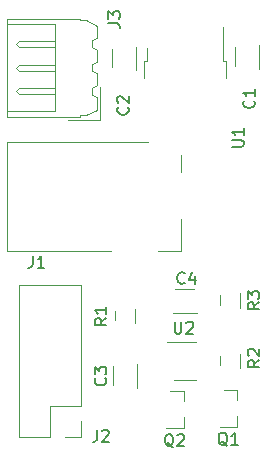
<source format=gto>
G04 #@! TF.FileFunction,Legend,Top*
%FSLAX46Y46*%
G04 Gerber Fmt 4.6, Leading zero omitted, Abs format (unit mm)*
G04 Created by KiCad (PCBNEW 4.0.7-e1-6374~58~ubuntu16.04.1) date Sun Aug 13 09:38:41 2017*
%MOMM*%
%LPD*%
G01*
G04 APERTURE LIST*
%ADD10C,0.100000*%
%ADD11C,0.120000*%
%ADD12C,0.150000*%
%ADD13R,3.900000X3.900000*%
%ADD14R,1.900000X1.900000*%
%ADD15C,1.900000*%
%ADD16R,2.000000X1.400000*%
%ADD17R,1.400000X2.000000*%
%ADD18R,2.100000X2.100000*%
%ADD19O,2.100000X2.100000*%
%ADD20R,1.300000X1.200000*%
%ADD21R,1.700000X1.100000*%
%ADD22R,1.460000X1.050000*%
%ADD23R,1.600000X2.600000*%
%ADD24R,6.200000X6.800000*%
G04 APERTURE END LIST*
D10*
D11*
X161370000Y-84610000D02*
X152570000Y-84610000D01*
X152570000Y-84610000D02*
X152570000Y-75410000D01*
X167270000Y-81910000D02*
X167270000Y-84610000D01*
X167270000Y-84610000D02*
X165370000Y-84610000D01*
X152570000Y-75410000D02*
X167270000Y-75410000D01*
X167270000Y-75410000D02*
X167270000Y-78010000D01*
X159750000Y-71420000D02*
X160200000Y-71620000D01*
X160200000Y-71620000D02*
X160200000Y-72670000D01*
X160200000Y-72670000D02*
X159250000Y-73170000D01*
X159250000Y-73170000D02*
X158750000Y-73170000D01*
X158750000Y-73170000D02*
X158750000Y-73270000D01*
X158750000Y-73270000D02*
X152600000Y-73270000D01*
X152600000Y-73270000D02*
X152600000Y-69120000D01*
X159750000Y-66820000D02*
X160200000Y-66620000D01*
X160200000Y-66620000D02*
X160200000Y-65570000D01*
X160200000Y-65570000D02*
X159250000Y-65070000D01*
X159250000Y-65070000D02*
X158750000Y-65070000D01*
X158750000Y-65070000D02*
X158750000Y-64970000D01*
X158750000Y-64970000D02*
X152600000Y-64970000D01*
X152600000Y-64970000D02*
X152600000Y-69120000D01*
X159750000Y-71420000D02*
X159750000Y-70820000D01*
X159750000Y-70820000D02*
X160200000Y-70620000D01*
X160200000Y-70620000D02*
X160200000Y-69620000D01*
X160200000Y-69620000D02*
X159750000Y-69420000D01*
X159750000Y-69420000D02*
X159750000Y-68820000D01*
X159750000Y-68820000D02*
X160200000Y-68620000D01*
X160200000Y-68620000D02*
X160200000Y-67620000D01*
X160200000Y-67620000D02*
X159750000Y-67420000D01*
X159750000Y-67420000D02*
X159750000Y-66820000D01*
X160450000Y-70770000D02*
X160450000Y-73520000D01*
X160450000Y-73520000D02*
X157700000Y-73520000D01*
X152600000Y-72820000D02*
X156650000Y-72820000D01*
X156650000Y-72820000D02*
X156650000Y-65420000D01*
X156650000Y-65420000D02*
X152600000Y-65420000D01*
X156650000Y-71370000D02*
X153600000Y-71370000D01*
X153600000Y-71370000D02*
X153350000Y-71120000D01*
X153350000Y-71120000D02*
X153600000Y-70870000D01*
X153600000Y-70870000D02*
X156650000Y-70870000D01*
X156650000Y-69370000D02*
X153600000Y-69370000D01*
X153600000Y-69370000D02*
X153350000Y-69120000D01*
X153350000Y-69120000D02*
X153600000Y-68870000D01*
X153600000Y-68870000D02*
X156650000Y-68870000D01*
X156650000Y-67370000D02*
X153600000Y-67370000D01*
X153600000Y-67370000D02*
X153350000Y-67120000D01*
X153350000Y-67120000D02*
X153600000Y-66870000D01*
X153600000Y-66870000D02*
X156650000Y-66870000D01*
X173867000Y-69223000D02*
X173867000Y-67223000D01*
X171827000Y-67223000D02*
X171827000Y-69223000D01*
X163453000Y-69350000D02*
X163453000Y-67350000D01*
X161413000Y-67350000D02*
X161413000Y-69350000D01*
X163580000Y-96250000D02*
X163580000Y-94250000D01*
X161540000Y-94250000D02*
X161540000Y-96250000D01*
X166640000Y-89920000D02*
X168640000Y-89920000D01*
X168640000Y-87880000D02*
X166640000Y-87880000D01*
X158810000Y-87570000D02*
X153610000Y-87570000D01*
X158810000Y-97790000D02*
X158810000Y-87570000D01*
X153610000Y-100390000D02*
X153610000Y-87570000D01*
X158810000Y-97790000D02*
X156210000Y-97790000D01*
X156210000Y-97790000D02*
X156210000Y-100390000D01*
X156210000Y-100390000D02*
X153610000Y-100390000D01*
X158810000Y-99060000D02*
X158810000Y-100390000D01*
X158810000Y-100390000D02*
X157480000Y-100390000D01*
X172067000Y-99563000D02*
X172067000Y-98633000D01*
X172067000Y-96403000D02*
X172067000Y-97333000D01*
X172067000Y-96403000D02*
X169907000Y-96403000D01*
X172067000Y-99563000D02*
X170607000Y-99563000D01*
X167527000Y-99624000D02*
X167527000Y-98694000D01*
X167527000Y-96464000D02*
X167527000Y-97394000D01*
X167527000Y-96464000D02*
X165367000Y-96464000D01*
X167527000Y-99624000D02*
X166067000Y-99624000D01*
X163440000Y-89570000D02*
X163440000Y-90770000D01*
X161680000Y-90770000D02*
X161680000Y-89570000D01*
X170570000Y-94580000D02*
X170570000Y-93380000D01*
X172330000Y-93380000D02*
X172330000Y-94580000D01*
X170570000Y-89439000D02*
X170570000Y-88239000D01*
X172330000Y-88239000D02*
X172330000Y-89439000D01*
X166740000Y-95590000D02*
X168540000Y-95590000D01*
X168540000Y-92370000D02*
X166090000Y-92370000D01*
X171090000Y-70023000D02*
X171090000Y-68523000D01*
X171090000Y-68523000D02*
X170820000Y-68523000D01*
X170820000Y-68523000D02*
X170820000Y-65693000D01*
X164190000Y-70023000D02*
X164190000Y-68523000D01*
X164190000Y-68523000D02*
X164460000Y-68523000D01*
X164460000Y-68523000D02*
X164460000Y-67423000D01*
D12*
X154733667Y-85050381D02*
X154733667Y-85764667D01*
X154686047Y-85907524D01*
X154590809Y-86002762D01*
X154447952Y-86050381D01*
X154352714Y-86050381D01*
X155733667Y-86050381D02*
X155162238Y-86050381D01*
X155447952Y-86050381D02*
X155447952Y-85050381D01*
X155352714Y-85193238D01*
X155257476Y-85288476D01*
X155162238Y-85336095D01*
X161123381Y-65357333D02*
X161837667Y-65357333D01*
X161980524Y-65404953D01*
X162075762Y-65500191D01*
X162123381Y-65643048D01*
X162123381Y-65738286D01*
X161123381Y-64976381D02*
X161123381Y-64357333D01*
X161504333Y-64690667D01*
X161504333Y-64547809D01*
X161551952Y-64452571D01*
X161599571Y-64404952D01*
X161694810Y-64357333D01*
X161932905Y-64357333D01*
X162028143Y-64404952D01*
X162075762Y-64452571D01*
X162123381Y-64547809D01*
X162123381Y-64833524D01*
X162075762Y-64928762D01*
X162028143Y-64976381D01*
X173458143Y-71921666D02*
X173505762Y-71969285D01*
X173553381Y-72112142D01*
X173553381Y-72207380D01*
X173505762Y-72350238D01*
X173410524Y-72445476D01*
X173315286Y-72493095D01*
X173124810Y-72540714D01*
X172981952Y-72540714D01*
X172791476Y-72493095D01*
X172696238Y-72445476D01*
X172601000Y-72350238D01*
X172553381Y-72207380D01*
X172553381Y-72112142D01*
X172601000Y-71969285D01*
X172648619Y-71921666D01*
X173553381Y-70969285D02*
X173553381Y-71540714D01*
X173553381Y-71255000D02*
X172553381Y-71255000D01*
X172696238Y-71350238D01*
X172791476Y-71445476D01*
X172839095Y-71540714D01*
X162790143Y-72477666D02*
X162837762Y-72525285D01*
X162885381Y-72668142D01*
X162885381Y-72763380D01*
X162837762Y-72906238D01*
X162742524Y-73001476D01*
X162647286Y-73049095D01*
X162456810Y-73096714D01*
X162313952Y-73096714D01*
X162123476Y-73049095D01*
X162028238Y-73001476D01*
X161933000Y-72906238D01*
X161885381Y-72763380D01*
X161885381Y-72668142D01*
X161933000Y-72525285D01*
X161980619Y-72477666D01*
X161980619Y-72096714D02*
X161933000Y-72049095D01*
X161885381Y-71953857D01*
X161885381Y-71715761D01*
X161933000Y-71620523D01*
X161980619Y-71572904D01*
X162075857Y-71525285D01*
X162171095Y-71525285D01*
X162313952Y-71572904D01*
X162885381Y-72144333D01*
X162885381Y-71525285D01*
X160885143Y-95416666D02*
X160932762Y-95464285D01*
X160980381Y-95607142D01*
X160980381Y-95702380D01*
X160932762Y-95845238D01*
X160837524Y-95940476D01*
X160742286Y-95988095D01*
X160551810Y-96035714D01*
X160408952Y-96035714D01*
X160218476Y-95988095D01*
X160123238Y-95940476D01*
X160028000Y-95845238D01*
X159980381Y-95702380D01*
X159980381Y-95607142D01*
X160028000Y-95464285D01*
X160075619Y-95416666D01*
X159980381Y-95083333D02*
X159980381Y-94464285D01*
X160361333Y-94797619D01*
X160361333Y-94654761D01*
X160408952Y-94559523D01*
X160456571Y-94511904D01*
X160551810Y-94464285D01*
X160789905Y-94464285D01*
X160885143Y-94511904D01*
X160932762Y-94559523D01*
X160980381Y-94654761D01*
X160980381Y-94940476D01*
X160932762Y-95035714D01*
X160885143Y-95083333D01*
X167600334Y-87352143D02*
X167552715Y-87399762D01*
X167409858Y-87447381D01*
X167314620Y-87447381D01*
X167171762Y-87399762D01*
X167076524Y-87304524D01*
X167028905Y-87209286D01*
X166981286Y-87018810D01*
X166981286Y-86875952D01*
X167028905Y-86685476D01*
X167076524Y-86590238D01*
X167171762Y-86495000D01*
X167314620Y-86447381D01*
X167409858Y-86447381D01*
X167552715Y-86495000D01*
X167600334Y-86542619D01*
X168457477Y-86780714D02*
X168457477Y-87447381D01*
X168219381Y-86399762D02*
X167981286Y-87114048D01*
X168600334Y-87114048D01*
X160194667Y-99782381D02*
X160194667Y-100496667D01*
X160147047Y-100639524D01*
X160051809Y-100734762D01*
X159908952Y-100782381D01*
X159813714Y-100782381D01*
X160623238Y-99877619D02*
X160670857Y-99830000D01*
X160766095Y-99782381D01*
X161004191Y-99782381D01*
X161099429Y-99830000D01*
X161147048Y-99877619D01*
X161194667Y-99972857D01*
X161194667Y-100068095D01*
X161147048Y-100210952D01*
X160575619Y-100782381D01*
X161194667Y-100782381D01*
X171211762Y-101131619D02*
X171116524Y-101084000D01*
X171021286Y-100988762D01*
X170878429Y-100845905D01*
X170783190Y-100798286D01*
X170687952Y-100798286D01*
X170735571Y-101036381D02*
X170640333Y-100988762D01*
X170545095Y-100893524D01*
X170497476Y-100703048D01*
X170497476Y-100369714D01*
X170545095Y-100179238D01*
X170640333Y-100084000D01*
X170735571Y-100036381D01*
X170926048Y-100036381D01*
X171021286Y-100084000D01*
X171116524Y-100179238D01*
X171164143Y-100369714D01*
X171164143Y-100703048D01*
X171116524Y-100893524D01*
X171021286Y-100988762D01*
X170926048Y-101036381D01*
X170735571Y-101036381D01*
X172116524Y-101036381D02*
X171545095Y-101036381D01*
X171830809Y-101036381D02*
X171830809Y-100036381D01*
X171735571Y-100179238D01*
X171640333Y-100274476D01*
X171545095Y-100322095D01*
X166655762Y-101258619D02*
X166560524Y-101211000D01*
X166465286Y-101115762D01*
X166322429Y-100972905D01*
X166227190Y-100925286D01*
X166131952Y-100925286D01*
X166179571Y-101163381D02*
X166084333Y-101115762D01*
X165989095Y-101020524D01*
X165941476Y-100830048D01*
X165941476Y-100496714D01*
X165989095Y-100306238D01*
X166084333Y-100211000D01*
X166179571Y-100163381D01*
X166370048Y-100163381D01*
X166465286Y-100211000D01*
X166560524Y-100306238D01*
X166608143Y-100496714D01*
X166608143Y-100830048D01*
X166560524Y-101020524D01*
X166465286Y-101115762D01*
X166370048Y-101163381D01*
X166179571Y-101163381D01*
X166989095Y-100258619D02*
X167036714Y-100211000D01*
X167131952Y-100163381D01*
X167370048Y-100163381D01*
X167465286Y-100211000D01*
X167512905Y-100258619D01*
X167560524Y-100353857D01*
X167560524Y-100449095D01*
X167512905Y-100591952D01*
X166941476Y-101163381D01*
X167560524Y-101163381D01*
X160980381Y-90336666D02*
X160504190Y-90670000D01*
X160980381Y-90908095D02*
X159980381Y-90908095D01*
X159980381Y-90527142D01*
X160028000Y-90431904D01*
X160075619Y-90384285D01*
X160170857Y-90336666D01*
X160313714Y-90336666D01*
X160408952Y-90384285D01*
X160456571Y-90431904D01*
X160504190Y-90527142D01*
X160504190Y-90908095D01*
X160980381Y-89384285D02*
X160980381Y-89955714D01*
X160980381Y-89670000D02*
X159980381Y-89670000D01*
X160123238Y-89765238D01*
X160218476Y-89860476D01*
X160266095Y-89955714D01*
X173934381Y-93892666D02*
X173458190Y-94226000D01*
X173934381Y-94464095D02*
X172934381Y-94464095D01*
X172934381Y-94083142D01*
X172982000Y-93987904D01*
X173029619Y-93940285D01*
X173124857Y-93892666D01*
X173267714Y-93892666D01*
X173362952Y-93940285D01*
X173410571Y-93987904D01*
X173458190Y-94083142D01*
X173458190Y-94464095D01*
X173029619Y-93511714D02*
X172982000Y-93464095D01*
X172934381Y-93368857D01*
X172934381Y-93130761D01*
X172982000Y-93035523D01*
X173029619Y-92987904D01*
X173124857Y-92940285D01*
X173220095Y-92940285D01*
X173362952Y-92987904D01*
X173934381Y-93559333D01*
X173934381Y-92940285D01*
X173934381Y-89005666D02*
X173458190Y-89339000D01*
X173934381Y-89577095D02*
X172934381Y-89577095D01*
X172934381Y-89196142D01*
X172982000Y-89100904D01*
X173029619Y-89053285D01*
X173124857Y-89005666D01*
X173267714Y-89005666D01*
X173362952Y-89053285D01*
X173410571Y-89100904D01*
X173458190Y-89196142D01*
X173458190Y-89577095D01*
X172934381Y-88672333D02*
X172934381Y-88053285D01*
X173315333Y-88386619D01*
X173315333Y-88243761D01*
X173362952Y-88148523D01*
X173410571Y-88100904D01*
X173505810Y-88053285D01*
X173743905Y-88053285D01*
X173839143Y-88100904D01*
X173886762Y-88148523D01*
X173934381Y-88243761D01*
X173934381Y-88529476D01*
X173886762Y-88624714D01*
X173839143Y-88672333D01*
X166751095Y-90638381D02*
X166751095Y-91447905D01*
X166798714Y-91543143D01*
X166846333Y-91590762D01*
X166941571Y-91638381D01*
X167132048Y-91638381D01*
X167227286Y-91590762D01*
X167274905Y-91543143D01*
X167322524Y-91447905D01*
X167322524Y-90638381D01*
X167751095Y-90733619D02*
X167798714Y-90686000D01*
X167893952Y-90638381D01*
X168132048Y-90638381D01*
X168227286Y-90686000D01*
X168274905Y-90733619D01*
X168322524Y-90828857D01*
X168322524Y-90924095D01*
X168274905Y-91066952D01*
X167703476Y-91638381D01*
X168322524Y-91638381D01*
X171592381Y-75818905D02*
X172401905Y-75818905D01*
X172497143Y-75771286D01*
X172544762Y-75723667D01*
X172592381Y-75628429D01*
X172592381Y-75437952D01*
X172544762Y-75342714D01*
X172497143Y-75295095D01*
X172401905Y-75247476D01*
X171592381Y-75247476D01*
X172592381Y-74247476D02*
X172592381Y-74818905D01*
X172592381Y-74533191D02*
X171592381Y-74533191D01*
X171735238Y-74628429D01*
X171830476Y-74723667D01*
X171878095Y-74818905D01*
%LPC*%
D13*
X166370000Y-80010000D03*
X160370000Y-80010000D03*
X163370000Y-84710000D03*
D14*
X158750000Y-71120000D03*
D15*
X158750000Y-69120000D03*
X158750000Y-67120000D03*
D16*
X172847000Y-66723000D03*
X172847000Y-69723000D03*
X162433000Y-66850000D03*
X162433000Y-69850000D03*
X162560000Y-93750000D03*
X162560000Y-96750000D03*
D17*
X169140000Y-88900000D03*
X166140000Y-88900000D03*
D18*
X157480000Y-99060000D03*
D19*
X154940000Y-99060000D03*
X157480000Y-96520000D03*
X154940000Y-96520000D03*
X157480000Y-93980000D03*
X154940000Y-93980000D03*
X157480000Y-91440000D03*
X154940000Y-91440000D03*
X157480000Y-88900000D03*
X154940000Y-88900000D03*
D20*
X170307000Y-97033000D03*
X170307000Y-98933000D03*
X172307000Y-97983000D03*
X165767000Y-97094000D03*
X165767000Y-98994000D03*
X167767000Y-98044000D03*
D21*
X162560000Y-91120000D03*
X162560000Y-89220000D03*
X171450000Y-93030000D03*
X171450000Y-94930000D03*
X171450000Y-87889000D03*
X171450000Y-89789000D03*
D22*
X166540000Y-93030000D03*
X166540000Y-93980000D03*
X166540000Y-94930000D03*
X168740000Y-94930000D03*
X168740000Y-93030000D03*
D23*
X169920000Y-66793000D03*
X165360000Y-66793000D03*
D24*
X167640000Y-73093000D03*
M02*

</source>
